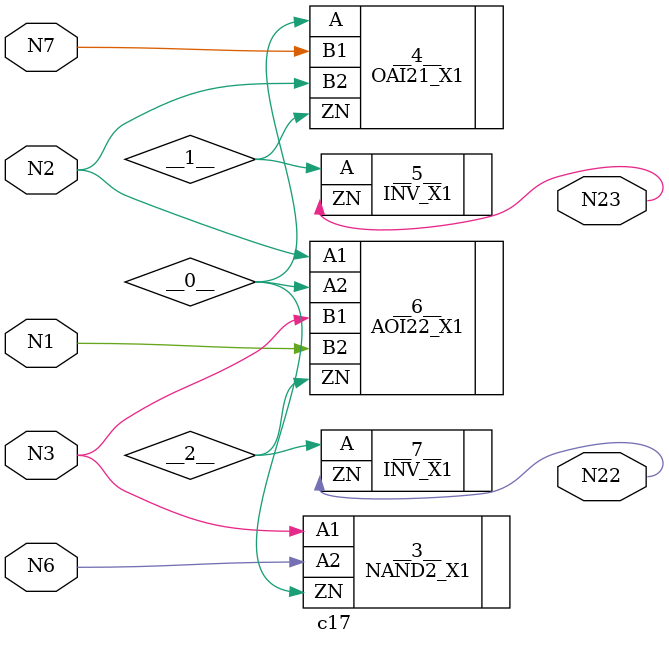
<source format=v>
/* Generated by lut-synth 0.7.1 */

module c17 (
    N2,
    N7,
    N6,
    N3,
    N1,
    N22,
    N23
);
  input N2;
  wire N2;
  input N7;
  wire N7;
  input N6;
  wire N6;
  input N3;
  wire N3;
  input N1;
  wire N1;
  output N22;
  wire N22;
  output N23;
  wire N23;
  wire __0__;
  wire __1__;
  wire __2__;
  NAND2_X1 #(
  ) __3__ (
      .A1(N3),
      .A2(N6),
      .ZN(__0__)
  );
  OAI21_X1 #(
  ) __4__ (
      .A(__0__),
      .B1(N7),
      .B2(N2),
      .ZN(__1__)
  );
  INV_X1 #(
  ) __5__ (
      .A(__1__),
      .ZN(N23)
  );
  AOI22_X1 #(
  ) __6__ (
      .A1(N2),
      .A2(__0__),
      .B1(N3),
      .B2(N1),
      .ZN(__2__)
  );
  INV_X1 #(
  ) __7__ (
      .A(__2__),
      .ZN(N22)
  );
endmodule

</source>
